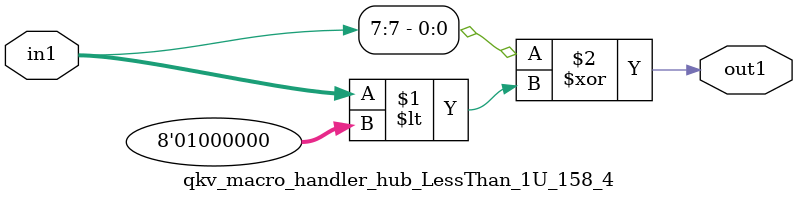
<source format=v>

`timescale 1ps / 1ps


module qkv_macro_handler_hub_LessThan_1U_158_4( in1, out1 );

    input [7:0] in1;
    output out1;

    
    // rtl_process:qkv_macro_handler_hub_LessThan_1U_158_4/qkv_macro_handler_hub_LessThan_1U_158_4_thread_1
    assign out1 = (in1[7] ^ in1 < 8'd064);

endmodule



</source>
